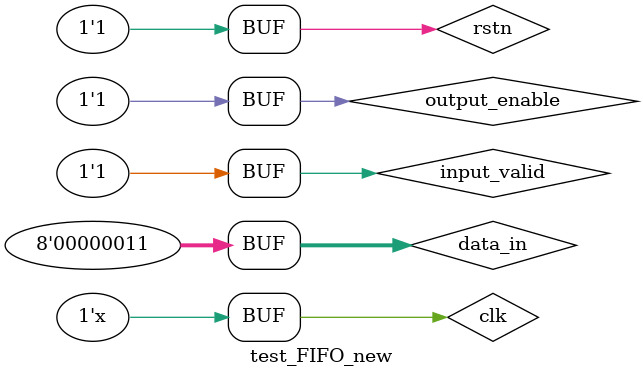
<source format=v>
`timescale 1ns / 1ps


module test_FIFO_new();
    reg clk;
    reg rstn;
    reg input_valid;
    wire input_enable;
    wire output_valid; 
    reg output_enable;
    reg [7:0] data_in;
    wire [7:0] data_out;

    FIFO_new obj_FIFO(
        .clk(clk),
        .rstn(rstn),
        .input_valid(input_valid),
        .input_enable(input_enable),
        .output_enable(output_enable),
        .output_valid(output_valid),
        .data_in(data_in),
        .data_out(data_out)
    );

    initial begin
        clk = 1'b0;
        rstn = 1'b1;
        #0.1 rstn = 1'b0;
        #0.2 rstn = 1'b1;
    end

    initial begin
        input_valid = 1;
        output_enable = 0;
        //0
        data_in = 8'h6;
        #2;
        input_valid = 0;
        #2;
        input_valid = 1;
        data_in = 8'h9;
        //`
        #2 data_in = 8'h1;
        #2 data_in = 8'h2;
        //2
        #2 data_in = 8'h3;
        #2 data_in = 8'h4;
        //3
        #2 data_in = 8'h5;
        #2 data_in = 8'h6;
        //4
        #2 data_in = 8'h7;
        #2 data_in = 8'h8;
        //5
        #2 data_in = 8'h9;
        #2 data_in = 8'ha;
        //6
        #2 data_in = 8'hb;
        #2 data_in = 8'hc;
        // 7
        #2 data_in = 8'hf;
        #2 data_in = 8'he;
        // output
        #2;
        input_valid = 0;
        output_enable = 1;
        #18;
        input_valid = 1;
        output_enable = 0;
        //0
        data_in = 8'h6;
        #2;
        input_valid = 0;
        #2;
        input_valid = 1;
        data_in = 8'h9;
        //`
        #2 data_in = 8'h0;
        #2 data_in = 8'h9;
        //2
        #2 data_in = 8'h8;
        #2 data_in = 8'h7;
        //3
        #2 data_in = 8'h6;
        #2 data_in = 8'h5;
        //4
        #2 data_in = 8'h4;
        #2 data_in = 8'h3;
        //5
        #2 data_in = 8'h2;
        #2 data_in = 8'h1;
        //6
        #2 data_in = 8'h1;
        #2 data_in = 8'h2;
        // 7
        #2 data_in = 8'h2;
        #2 data_in = 8'h3;
        // output
        #2;
        input_valid = 0;
        output_enable = 1;
        #18;
        input_valid = 1;
    end

    always begin
        #1 clk = ~clk;
    end
endmodule


</source>
